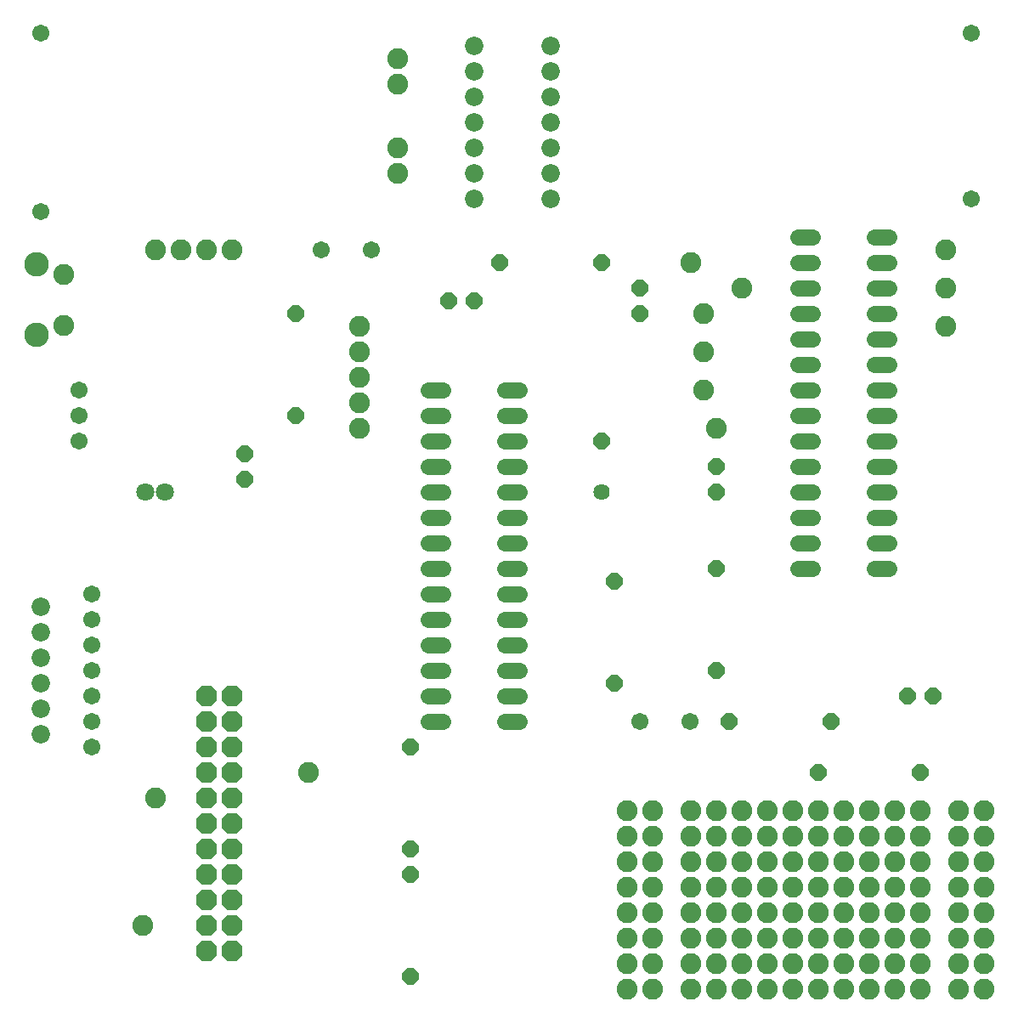
<source format=gbr>
G04 EAGLE Gerber RS-274X export*
G75*
%MOMM*%
%FSLAX34Y34*%
%LPD*%
%INSoldermask Bottom*%
%IPPOS*%
%AMOC8*
5,1,8,0,0,1.08239X$1,22.5*%
G01*
%ADD10C,1.703200*%
%ADD11C,1.625600*%
%ADD12C,2.078200*%
%ADD13C,2.453200*%
%ADD14C,1.803200*%
%ADD15C,1.712800*%
%ADD16C,2.082800*%
%ADD17P,1.759533X8X22.500000*%
%ADD18P,1.759533X8X112.500000*%
%ADD19P,1.759533X8X292.500000*%
%ADD20C,1.625600*%
%ADD21C,1.832800*%
%ADD22P,1.759533X8X202.500000*%
%ADD23P,2.254402X8X112.500000*%


D10*
X38100Y800100D03*
X38100Y977900D03*
X965200Y977900D03*
X965200Y812800D03*
D11*
X438912Y622300D02*
X424688Y622300D01*
X424688Y596900D02*
X438912Y596900D01*
X438912Y571500D02*
X424688Y571500D01*
X424688Y546100D02*
X438912Y546100D01*
X438912Y520700D02*
X424688Y520700D01*
X424688Y495300D02*
X438912Y495300D01*
X438912Y469900D02*
X424688Y469900D01*
X424688Y444500D02*
X438912Y444500D01*
X438912Y419100D02*
X424688Y419100D01*
X424688Y393700D02*
X438912Y393700D01*
X438912Y368300D02*
X424688Y368300D01*
X424688Y342900D02*
X438912Y342900D01*
X438912Y317500D02*
X424688Y317500D01*
X424688Y292100D02*
X438912Y292100D01*
X500888Y292100D02*
X515112Y292100D01*
X515112Y317500D02*
X500888Y317500D01*
X500888Y342900D02*
X515112Y342900D01*
X515112Y368300D02*
X500888Y368300D01*
X500888Y393700D02*
X515112Y393700D01*
X515112Y419100D02*
X500888Y419100D01*
X500888Y444500D02*
X515112Y444500D01*
X515112Y469900D02*
X500888Y469900D01*
X500888Y495300D02*
X515112Y495300D01*
X515112Y520700D02*
X500888Y520700D01*
X500888Y546100D02*
X515112Y546100D01*
X515112Y571500D02*
X500888Y571500D01*
X500888Y596900D02*
X515112Y596900D01*
X515112Y622300D02*
X500888Y622300D01*
D12*
X61290Y737870D03*
X61290Y687070D03*
D13*
X34290Y747470D03*
X34290Y677470D03*
D14*
X142400Y520700D03*
X162400Y520700D03*
D15*
X76200Y571900D03*
X76200Y596900D03*
X76200Y621900D03*
D16*
X152400Y762000D03*
X177800Y762000D03*
X203200Y762000D03*
X228600Y762000D03*
D17*
X444500Y711200D03*
X469900Y711200D03*
X495300Y749300D03*
X596900Y749300D03*
D16*
X355600Y685800D03*
X355600Y660400D03*
X355600Y635000D03*
X355600Y609600D03*
X355600Y584200D03*
D15*
X317900Y762000D03*
X367900Y762000D03*
D18*
X292100Y596900D03*
X292100Y698500D03*
D19*
X635000Y723900D03*
X635000Y698500D03*
D20*
X596900Y520700D03*
D18*
X596900Y571500D03*
D19*
X711200Y546100D03*
X711200Y520700D03*
D21*
X38100Y279400D03*
X38100Y304800D03*
X38100Y330200D03*
X38100Y355600D03*
X38100Y381000D03*
X38100Y406400D03*
D15*
X88900Y266700D03*
X88900Y292100D03*
X88900Y317500D03*
X88900Y342900D03*
X88900Y368300D03*
X88900Y393700D03*
X88900Y419100D03*
D11*
X792988Y774700D02*
X807212Y774700D01*
X807212Y749300D02*
X792988Y749300D01*
X792988Y723900D02*
X807212Y723900D01*
X807212Y698500D02*
X792988Y698500D01*
X792988Y673100D02*
X807212Y673100D01*
X807212Y647700D02*
X792988Y647700D01*
X792988Y622300D02*
X807212Y622300D01*
X807212Y596900D02*
X792988Y596900D01*
X792988Y571500D02*
X807212Y571500D01*
X807212Y546100D02*
X792988Y546100D01*
X792988Y520700D02*
X807212Y520700D01*
X807212Y495300D02*
X792988Y495300D01*
X792988Y469900D02*
X807212Y469900D01*
X807212Y444500D02*
X792988Y444500D01*
X869188Y444500D02*
X883412Y444500D01*
X883412Y469900D02*
X869188Y469900D01*
X869188Y495300D02*
X883412Y495300D01*
X883412Y520700D02*
X869188Y520700D01*
X869188Y546100D02*
X883412Y546100D01*
X883412Y571500D02*
X869188Y571500D01*
X869188Y596900D02*
X883412Y596900D01*
X883412Y622300D02*
X869188Y622300D01*
X869188Y647700D02*
X883412Y647700D01*
X883412Y673100D02*
X869188Y673100D01*
X869188Y698500D02*
X883412Y698500D01*
X883412Y723900D02*
X869188Y723900D01*
X869188Y749300D02*
X883412Y749300D01*
X883412Y774700D02*
X869188Y774700D01*
D18*
X241300Y533400D03*
X241300Y558800D03*
X609600Y330200D03*
X609600Y431800D03*
X711200Y342900D03*
X711200Y444500D03*
D22*
X914400Y241300D03*
X812800Y241300D03*
D17*
X901700Y317500D03*
X927100Y317500D03*
X723900Y292100D03*
X825500Y292100D03*
D15*
X685400Y292100D03*
X635400Y292100D03*
D21*
X469900Y812800D03*
X546100Y812800D03*
X546100Y838200D03*
X469900Y838200D03*
X469900Y863600D03*
X546100Y863600D03*
X546100Y889000D03*
X546100Y914400D03*
X546100Y939800D03*
X546100Y965200D03*
X469900Y965200D03*
X469900Y939800D03*
X469900Y914400D03*
X469900Y889000D03*
D16*
X393700Y838200D03*
X393700Y863600D03*
X393700Y927100D03*
X393700Y952500D03*
D23*
X228600Y63500D03*
X203200Y63500D03*
X228600Y88900D03*
X203200Y88900D03*
X228600Y114300D03*
X203200Y114300D03*
X228600Y139700D03*
X203200Y139700D03*
X228600Y165100D03*
X203200Y165100D03*
X228600Y190500D03*
X203200Y190500D03*
X228600Y215900D03*
X203200Y215900D03*
X228600Y241300D03*
X203200Y241300D03*
X228600Y266700D03*
X203200Y266700D03*
X228600Y292100D03*
X203200Y292100D03*
X228600Y317500D03*
X203200Y317500D03*
D18*
X406400Y38100D03*
X406400Y139700D03*
X406400Y165100D03*
X406400Y266700D03*
D16*
X139700Y88900D03*
X152400Y215900D03*
X304800Y241300D03*
X685800Y749300D03*
X736600Y723900D03*
X698500Y698500D03*
X698500Y660400D03*
X698500Y622300D03*
X711200Y584200D03*
X939800Y762000D03*
X939800Y723900D03*
X939800Y685800D03*
X685800Y25400D03*
X685800Y50800D03*
X685800Y76200D03*
X685800Y101600D03*
X685800Y127000D03*
X685800Y152400D03*
X685800Y177800D03*
X685800Y203200D03*
X711200Y25400D03*
X711200Y50800D03*
X711200Y76200D03*
X711200Y101600D03*
X711200Y127000D03*
X711200Y152400D03*
X711200Y177800D03*
X711200Y203200D03*
X736600Y25400D03*
X736600Y50800D03*
X736600Y76200D03*
X736600Y101600D03*
X736600Y127000D03*
X736600Y152400D03*
X736600Y177800D03*
X736600Y203200D03*
X762000Y25400D03*
X762000Y50800D03*
X762000Y76200D03*
X762000Y101600D03*
X762000Y127000D03*
X762000Y152400D03*
X762000Y177800D03*
X762000Y203200D03*
X787400Y25400D03*
X787400Y50800D03*
X787400Y76200D03*
X787400Y101600D03*
X787400Y127000D03*
X787400Y152400D03*
X787400Y177800D03*
X787400Y203200D03*
X812800Y25400D03*
X812800Y50800D03*
X812800Y76200D03*
X812800Y101600D03*
X812800Y127000D03*
X812800Y152400D03*
X812800Y177800D03*
X812800Y203200D03*
X838200Y25400D03*
X838200Y50800D03*
X838200Y76200D03*
X838200Y101600D03*
X838200Y127000D03*
X838200Y152400D03*
X838200Y177800D03*
X838200Y203200D03*
X863600Y25400D03*
X863600Y50800D03*
X863600Y76200D03*
X863600Y101600D03*
X863600Y127000D03*
X863600Y152400D03*
X863600Y177800D03*
X863600Y203200D03*
X889000Y25400D03*
X889000Y50800D03*
X889000Y76200D03*
X889000Y101600D03*
X889000Y127000D03*
X889000Y152400D03*
X889000Y177800D03*
X889000Y203200D03*
X914400Y25400D03*
X914400Y50800D03*
X914400Y76200D03*
X914400Y101600D03*
X914400Y127000D03*
X914400Y152400D03*
X914400Y177800D03*
X914400Y203200D03*
X622300Y25400D03*
X622300Y50800D03*
X622300Y76200D03*
X622300Y101600D03*
X622300Y127000D03*
X622300Y152400D03*
X622300Y177800D03*
X622300Y203200D03*
X647700Y25400D03*
X647700Y50800D03*
X647700Y76200D03*
X647700Y101600D03*
X647700Y127000D03*
X647700Y152400D03*
X647700Y177800D03*
X647700Y203200D03*
X977900Y25400D03*
X977900Y50800D03*
X977900Y76200D03*
X977900Y101600D03*
X977900Y127000D03*
X977900Y152400D03*
X977900Y177800D03*
X977900Y203200D03*
X952500Y25400D03*
X952500Y50800D03*
X952500Y76200D03*
X952500Y101600D03*
X952500Y127000D03*
X952500Y152400D03*
X952500Y177800D03*
X952500Y203200D03*
M02*

</source>
